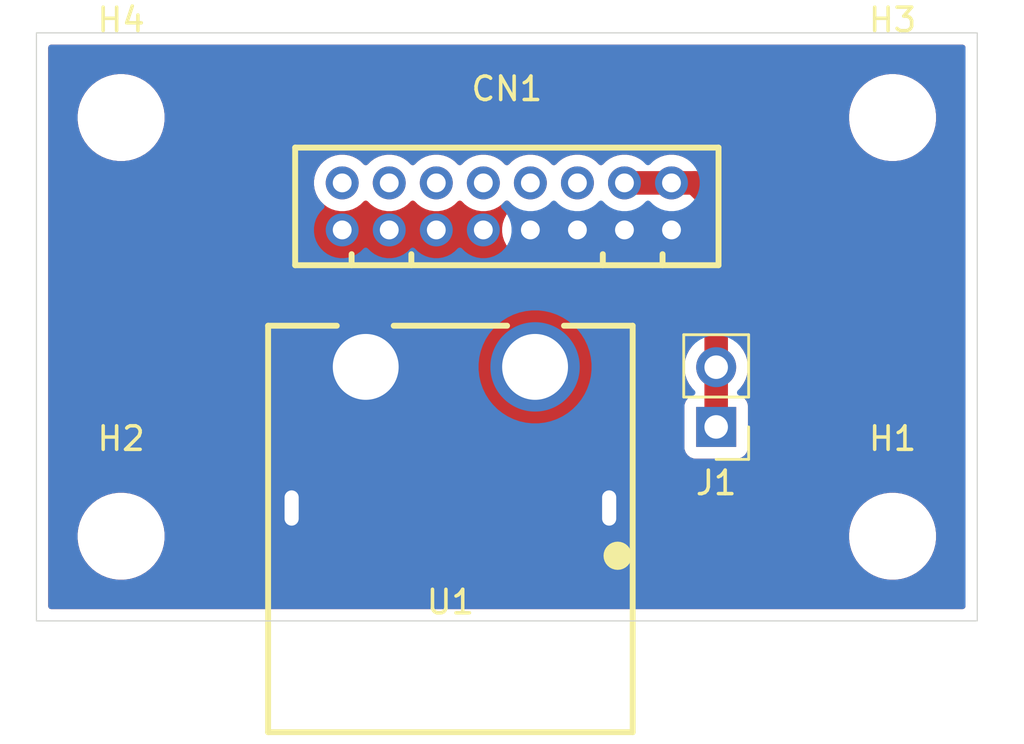
<source format=kicad_pcb>
(kicad_pcb (version 20241229) (generator "pcbnew") (generator_version "9.0")
  (layers (0 "F.Cu" signal) (2 "B.Cu" signal) (13 "F.Paste" user) (15 "B.Paste" user) (5 "F.SilkS" user "F.Silkscreen") (7 "B.SilkS" user "B.Silkscreen") (1 "F.Mask" user) (3 "B.Mask" user) (25 "Edge.Cuts" user))
  (net 0 "")
  (net 1 "+20V_J")
  (net 2 "WDT_WDI_Jetson")
  (net 3 "GND")
  (footprint "jetson_adapter_foots:TH_2P-XT60PW-F" (layer "F.Cu") (at 185.3 117.1 180)
    (property "Reference" "U1" (at 0 -7 0) (layer "F.SilkS"))
    (property "Value" "XT60PW-F_C428722")
    (fp_line (start 7.75 4.75) (end 7.75 -12.53) (stroke (width 0.25)) (layer "F.SilkS"))
    (fp_line (start 7.75 -12.53) (end -7.75 -12.53) (stroke (width 0.25)) (layer "F.SilkS"))
    (fp_line (start 4.83 4.75) (end 7.75 4.75) (stroke (width 0.25)) (layer "F.SilkS"))
    (fp_line (start -2.41 4.75) (end 2.41 4.75) (stroke (width 0.25)) (layer "F.SilkS"))
    (fp_line (start -7.75 4.75) (end -4.83 4.75) (stroke (width 0.25)) (layer "F.SilkS"))
    (fp_line (start -7.75 -12.53) (end -7.75 4.75) (stroke (width 0.25)) (layer "F.SilkS"))
    (fp_circle (center -7.11 -5.03) (end -6.81 -5.03) (stroke (width 0.6)) (fill no) (layer "F.SilkS"))
    (pad "1" thru_hole oval (at -6.75 -3 270) (size 2.2 1.3) (drill oval 1.500022 0.599999) (layers "*.Cu" "*.Mask") (net 3 "GND"))
    (pad "2" thru_hole oval (at 6.75 -3 270) (size 2.2 1.3) (drill oval 1.500022 0.599999) (layers "*.Cu" "*.Mask") (net 3 "GND"))
    (pad "3" thru_hole circle (at -3.6 3 180) (size 3.8 3.8) (drill 2.799994) (layers "*.Cu" "*.Mask") (net 1 "+20V_J"))
    (pad "4" thru_hole circle (at 3.6 3 180) (size 3.8 3.8) (drill 2.799994) (layers "*.Cu" "*.Mask") (net 3 "GND"))
  )
  (footprint "jetson_adapter_foots:CONN-TH_DF11-16DP-2DSA-08" (layer "F.Cu") (at 187.7 107.2775)
    (property "Reference" "CN1" (at 0 -5 0) (layer "F.SilkS"))
    (property "Value" "DF11-16DP-2DSA(08)")
    (fp_line (start -9 -2.5) (end -9 2.5) (stroke (width 0.25)) (layer "F.SilkS"))
    (fp_line (start -9 -2.5) (end 9 -2.5) (stroke (width 0.25)) (layer "F.SilkS"))
    (fp_line (start -9 2.5) (end 9 2.5) (stroke (width 0.25)) (layer "F.SilkS"))
    (fp_line (start -6.6 2.03) (end -6.6 2.5) (stroke (width 0.25)) (layer "F.SilkS"))
    (fp_line (start -4.06 2.03) (end -4.06 2.5) (stroke (width 0.25)) (layer "F.SilkS"))
    (fp_line (start 4.08 2.03) (end 4.08 2.5) (stroke (width 0.25)) (layer "F.SilkS"))
    (fp_line (start 6.62 2.03) (end 6.62 2.5) (stroke (width 0.25)) (layer "F.SilkS"))
    (fp_line (start 9 -2.5) (end 9 2.5) (stroke (width 0.25)) (layer "F.SilkS"))
    (pad "1" thru_hole rect (at 7 1) (size 1.4 1.4) (drill 0.799998) (layers "*.Cu" "*.Mask") (net 3 "GND"))
    (pad "2" thru_hole circle (at 7 -1) (size 1.4 1.4) (drill 0.799998) (layers "*.Cu" "*.Mask") (net 2 "WDT_WDI_Jetson"))
    (pad "3" thru_hole circle (at 5 1) (size 1.4 1.4) (drill 0.799998) (layers "*.Cu" "*.Mask") (net 3 "GND"))
    (pad "4" thru_hole circle (at 5 -1) (size 1.4 1.4) (drill 0.799998) (layers "*.Cu" "*.Mask") (net 2 "WDT_WDI_Jetson"))
    (pad "5" thru_hole circle (at 3 1) (size 1.4 1.4) (drill 0.799998) (layers "*.Cu" "*.Mask") (net 3 "GND"))
    (pad "6" thru_hole circle (at 3 -1) (size 1.4 1.4) (drill 0.799998) (layers "*.Cu" "*.Mask"))
    (pad "7" thru_hole circle (at 1 1) (size 1.4 1.4) (drill 0.799998) (layers "*.Cu" "*.Mask") (net 3 "GND"))
    (pad "8" thru_hole circle (at 1 -1) (size 1.4 1.4) (drill 0.799998) (layers "*.Cu" "*.Mask"))
    (pad "9" thru_hole circle (at -1 1) (size 1.4 1.4) (drill 0.799998) (layers "*.Cu" "*.Mask") (net 1 "+20V_J"))
    (pad "10" thru_hole circle (at -1 -1) (size 1.4 1.4) (drill 0.799998) (layers "*.Cu" "*.Mask"))
    (pad "11" thru_hole circle (at -3 1) (size 1.4 1.4) (drill 0.799998) (layers "*.Cu" "*.Mask") (net 1 "+20V_J"))
    (pad "12" thru_hole circle (at -3 -1) (size 1.4 1.4) (drill 0.799998) (layers "*.Cu" "*.Mask"))
    (pad "13" thru_hole circle (at -5 1) (size 1.4 1.4) (drill 0.799998) (layers "*.Cu" "*.Mask") (net 1 "+20V_J"))
    (pad "14" thru_hole circle (at -5 -1) (size 1.4 1.4) (drill 0.799998) (layers "*.Cu" "*.Mask"))
    (pad "15" thru_hole circle (at -7 1) (size 1.4 1.4) (drill 0.799998) (layers "*.Cu" "*.Mask") (net 1 "+20V_J"))
    (pad "16" thru_hole circle (at -7 -1) (size 1.4 1.4) (drill 0.799998) (layers "*.Cu" "*.Mask"))
  )
  (footprint "Connector_PinHeader_2.54mm:PinHeader_1x02_P2.54mm_Vertical" (layer "F.Cu") (at 196.6 116.6525 180)
    (property "Reference" "J1" (at 0 -2.38 0) (layer "F.SilkS"))
    (property "Value" "Conn_01x02_Pin")
    (fp_line (start 1.38 1.27) (end 1.38 3.92) (stroke (width 0.12)) (layer "F.SilkS"))
    (fp_line (start -1.38 3.92) (end 1.38 3.92) (stroke (width 0.12)) (layer "F.SilkS"))
    (fp_line (start -1.38 1.27) (end 1.38 1.27) (stroke (width 0.12)) (layer "F.SilkS"))
    (fp_line (start -1.38 1.27) (end -1.38 3.92) (stroke (width 0.12)) (layer "F.SilkS"))
    (fp_line (start -1.38 0) (end -1.38 -1.38) (stroke (width 0.12)) (layer "F.SilkS"))
    (fp_line (start -1.38 -1.38) (end 0 -1.38) (stroke (width 0.12)) (layer "F.SilkS"))
    (pad "1" thru_hole rect (at 0 0 180) (size 1.7 1.7) (drill 1) (layers "*.Cu" "*.Mask") (net 2 "WDT_WDI_Jetson"))
    (pad "2" thru_hole circle (at 0 2.54 180) (size 1.7 1.7) (drill 1) (layers "*.Cu" "*.Mask") (net 2 "WDT_WDI_Jetson"))
  )
  (footprint "MountingHole:MountingHole_3.2mm_M3" (layer "F.Cu") (at 171.3 121.3)
    (property "Reference" "H2" (at 0 -4.15 0) (layer "F.SilkS"))
    (property "Value" "MountingHole")
    (pad "" np_thru_hole circle (at 0 0) (size 3.2 3.2) (drill 3.2) (layers "*.Cu" "*.Mask"))
  )
  (footprint "MountingHole:MountingHole_3.2mm_M3" (layer "F.Cu") (at 204.1 121.3)
    (property "Reference" "H1" (at 0 -4.15 0) (layer "F.SilkS"))
    (property "Value" "MountingHole")
    (pad "" np_thru_hole circle (at 0 0) (size 3.2 3.2) (drill 3.2) (layers "*.Cu" "*.Mask"))
  )
  (footprint "MountingHole:MountingHole_3.2mm_M3" (layer "F.Cu") (at 171.3 103.5)
    (property "Reference" "H4" (at 0 -4.15 0) (layer "F.SilkS"))
    (property "Value" "MountingHole")
    (pad "" np_thru_hole circle (at 0 0) (size 3.2 3.2) (drill 3.2) (layers "*.Cu" "*.Mask"))
  )
  (footprint "MountingHole:MountingHole_3.2mm_M3" (layer "F.Cu") (at 204.1 103.5)
    (property "Reference" "H3" (at 0 -4.15 0) (layer "F.SilkS"))
    (property "Value" "MountingHole")
    (pad "" np_thru_hole circle (at 0 0) (size 3.2 3.2) (drill 3.2) (layers "*.Cu" "*.Mask"))
  )
  (gr_rect (start 167.7 99.9) (end 207.7 124.9) (stroke (width 0.05)) (fill no) (layer "Edge.Cuts"))
  (gr_text_box "Mercury-1\nBy Luca Lanzillotta" (start 203.6 103.75) (end 209.6 119.25) (margins 1.0025 1.0025 1.0025 1.0025) (angle 90) (layer "F.Cu") (effects (font (size 0.8 0.8) (thickness 0.1)) (justify left top)) (border no) (stroke (width 0.2)))
  (gr_text_box "no custom jetson board..." (start 167.6 105.775) (end 178 116.425) (margins 1.0025 1.0025 1.0025 1.0025) (layer "F.Cu") (effects (font (size 1.5 1.5) (thickness 0.3) (bold yes)) (justify left top)) (border no) (stroke (width 0.2)))
  (segment (start 194.7 106.2775) (end 195.689949 106.2775) (width 1) (layer "F.Cu") (net 2))
  (segment (start 195.05 106.2775) (end 195.065 106.2625) (width 1) (layer "F.Cu") (net 2))
  (segment (start 193 106.2775) (end 195.05 106.2775) (width 1) (layer "F.Cu") (net 2))
  (segment (start 195.689949 106.2775) (end 196.6 107.187551) (width 1) (layer "F.Cu") (net 2))
  (segment (start 196.6 107.187551) (end 196.6 116.6775) (width 1) (layer "F.Cu") (net 2))
  (zone (net 1) (net_name "+20V_J") (layer "F.Cu") (connect_pads yes (clearance 0.5)) (min_thickness 0.25) (fill yes (thermal_gap 0.5) (thermal_bridge_width 0.5))
    (polygon (pts (xy 167.7 99.9) (xy 207.7 99.9) (xy 207.7 124.9) (xy 167.7 124.9)))
  )
  (zone (net 3) (net_name "GND") (layer "B.Cu") (priority 1) (connect_pads yes (clearance 0.5)) (min_thickness 0.25) (fill yes (thermal_gap 0.5) (thermal_bridge_width 0.5))
    (polygon (pts (xy 167.7 99.9) (xy 207.7 99.9) (xy 207.7 124.9) (xy 167.7 124.9)))
  )
)
</source>
